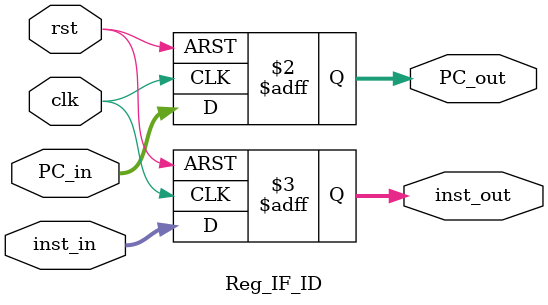
<source format=v>
`timescale 1ns / 1ps


module Reg_IF_ID (
    input clk,
    input rst,
    input [31:0] PC_in,
    input [31:0] inst_in,
    output reg [31:0] PC_out,
    output reg [31:0] inst_out
);

    always @(posedge clk or posedge rst) begin
        if (rst) begin
            PC_out <= 32'b0;
            inst_out <= 32'b0;
        end else begin
            PC_out <= PC_in;
            inst_out <= inst_in;
        end
    end

endmodule

</source>
